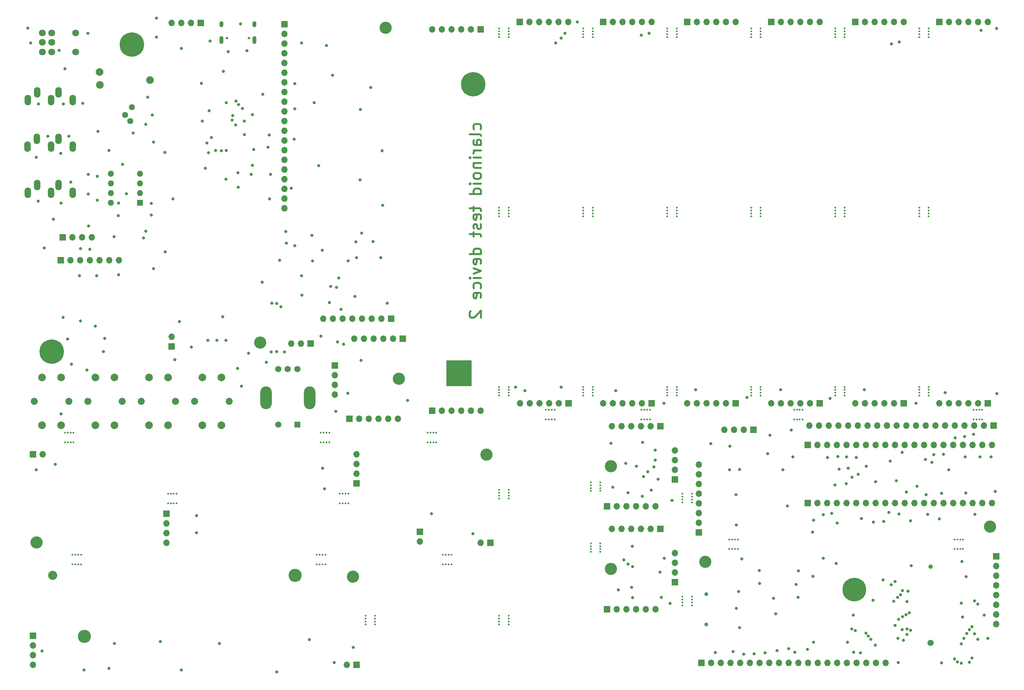
<source format=gbr>
%TF.GenerationSoftware,KiCad,Pcbnew,(6.0.5)*%
%TF.CreationDate,2022-07-28T21:37:23+02:00*%
%TF.ProjectId,clarinoid-devboard,636c6172-696e-46f6-9964-2d646576626f,rev?*%
%TF.SameCoordinates,Original*%
%TF.FileFunction,Soldermask,Bot*%
%TF.FilePolarity,Negative*%
%FSLAX46Y46*%
G04 Gerber Fmt 4.6, Leading zero omitted, Abs format (unit mm)*
G04 Created by KiCad (PCBNEW (6.0.5)) date 2022-07-28 21:37:23*
%MOMM*%
%LPD*%
G01*
G04 APERTURE LIST*
%ADD10C,0.500000*%
%ADD11C,0.500000*%
%ADD12R,1.700000X1.700000*%
%ADD13O,1.700000X1.700000*%
%ADD14C,3.200000*%
%ADD15C,1.850000*%
%ADD16C,2.000000*%
%ADD17C,3.450000*%
%ADD18C,2.390000*%
%ADD19O,1.700000X2.800000*%
%ADD20C,6.200000*%
%ADD21C,0.800000*%
%ADD22C,6.400000*%
%ADD23R,6.400000X6.400000*%
%ADD24C,0.650000*%
%ADD25O,1.000000X1.600000*%
%ADD26O,1.000000X2.100000*%
%ADD27R,1.600000X1.600000*%
%ADD28O,1.600000X1.600000*%
%ADD29C,1.800000*%
%ADD30C,1.000000*%
%ADD31C,1.650000*%
%ADD32C,1.150000*%
%ADD33R,1.650000X1.650000*%
%ADD34O,3.000000X6.000000*%
%ADD35C,1.600000*%
G04 APERTURE END LIST*
D10*
X450993589Y-35040034D02*
X451136446Y-34754319D01*
X451136446Y-34182891D01*
X450993589Y-33897176D01*
X450850732Y-33754319D01*
X450565018Y-33611462D01*
X449707875Y-33611462D01*
X449422161Y-33754319D01*
X449279304Y-33897176D01*
X449136446Y-34182891D01*
X449136446Y-34754319D01*
X449279304Y-35040034D01*
X451136446Y-36754319D02*
X450993589Y-36468605D01*
X450707875Y-36325748D01*
X448136446Y-36325748D01*
X451136446Y-39182891D02*
X449565018Y-39182891D01*
X449279304Y-39040034D01*
X449136446Y-38754319D01*
X449136446Y-38182891D01*
X449279304Y-37897176D01*
X450993589Y-39182891D02*
X451136446Y-38897176D01*
X451136446Y-38182891D01*
X450993589Y-37897176D01*
X450707875Y-37754319D01*
X450422161Y-37754319D01*
X450136446Y-37897176D01*
X449993589Y-38182891D01*
X449993589Y-38897176D01*
X449850732Y-39182891D01*
X451136446Y-40611462D02*
X449136446Y-40611462D01*
X449707875Y-40611462D02*
X449422161Y-40754319D01*
X449279304Y-40897176D01*
X449136446Y-41182891D01*
X449136446Y-41468605D01*
X451136446Y-42468605D02*
X449136446Y-42468605D01*
X448136446Y-42468605D02*
X448279304Y-42325748D01*
X448422161Y-42468605D01*
X448279304Y-42611462D01*
X448136446Y-42468605D01*
X448422161Y-42468605D01*
X449136446Y-43897176D02*
X451136446Y-43897176D01*
X449422161Y-43897176D02*
X449279304Y-44040034D01*
X449136446Y-44325748D01*
X449136446Y-44754319D01*
X449279304Y-45040034D01*
X449565018Y-45182891D01*
X451136446Y-45182891D01*
X451136446Y-47040034D02*
X450993589Y-46754319D01*
X450850732Y-46611462D01*
X450565018Y-46468605D01*
X449707875Y-46468605D01*
X449422161Y-46611462D01*
X449279304Y-46754319D01*
X449136446Y-47040034D01*
X449136446Y-47468605D01*
X449279304Y-47754319D01*
X449422161Y-47897176D01*
X449707875Y-48040034D01*
X450565018Y-48040034D01*
X450850732Y-47897176D01*
X450993589Y-47754319D01*
X451136446Y-47468605D01*
X451136446Y-47040034D01*
X451136446Y-49325748D02*
X449136446Y-49325748D01*
X448136446Y-49325748D02*
X448279304Y-49182891D01*
X448422161Y-49325748D01*
X448279304Y-49468605D01*
X448136446Y-49325748D01*
X448422161Y-49325748D01*
X451136446Y-52040034D02*
X448136446Y-52040034D01*
X450993589Y-52040034D02*
X451136446Y-51754319D01*
X451136446Y-51182891D01*
X450993589Y-50897176D01*
X450850732Y-50754319D01*
X450565018Y-50611462D01*
X449707875Y-50611462D01*
X449422161Y-50754319D01*
X449279304Y-50897176D01*
X449136446Y-51182891D01*
X449136446Y-51754319D01*
X449279304Y-52040034D01*
X449136446Y-55325748D02*
X449136446Y-56468605D01*
X448136446Y-55754319D02*
X450707875Y-55754319D01*
X450993589Y-55897176D01*
X451136446Y-56182891D01*
X451136446Y-56468605D01*
X450993589Y-58611462D02*
X451136446Y-58325748D01*
X451136446Y-57754319D01*
X450993589Y-57468605D01*
X450707875Y-57325748D01*
X449565018Y-57325748D01*
X449279304Y-57468605D01*
X449136446Y-57754319D01*
X449136446Y-58325748D01*
X449279304Y-58611462D01*
X449565018Y-58754319D01*
X449850732Y-58754319D01*
X450136446Y-57325748D01*
X450993589Y-59897176D02*
X451136446Y-60182891D01*
X451136446Y-60754319D01*
X450993589Y-61040034D01*
X450707875Y-61182891D01*
X450565018Y-61182891D01*
X450279304Y-61040034D01*
X450136446Y-60754319D01*
X450136446Y-60325748D01*
X449993589Y-60040034D01*
X449707875Y-59897176D01*
X449565018Y-59897176D01*
X449279304Y-60040034D01*
X449136446Y-60325748D01*
X449136446Y-60754319D01*
X449279304Y-61040034D01*
X449136446Y-62040034D02*
X449136446Y-63182891D01*
X448136446Y-62468605D02*
X450707875Y-62468605D01*
X450993589Y-62611462D01*
X451136446Y-62897176D01*
X451136446Y-63182891D01*
X451136446Y-67754319D02*
X448136446Y-67754319D01*
X450993589Y-67754319D02*
X451136446Y-67468605D01*
X451136446Y-66897176D01*
X450993589Y-66611462D01*
X450850732Y-66468605D01*
X450565018Y-66325748D01*
X449707875Y-66325748D01*
X449422161Y-66468605D01*
X449279304Y-66611462D01*
X449136446Y-66897176D01*
X449136446Y-67468605D01*
X449279304Y-67754319D01*
X450993589Y-70325748D02*
X451136446Y-70040034D01*
X451136446Y-69468605D01*
X450993589Y-69182891D01*
X450707875Y-69040034D01*
X449565018Y-69040034D01*
X449279304Y-69182891D01*
X449136446Y-69468605D01*
X449136446Y-70040034D01*
X449279304Y-70325748D01*
X449565018Y-70468605D01*
X449850732Y-70468605D01*
X450136446Y-69040034D01*
X449136446Y-71468605D02*
X451136446Y-72182891D01*
X449136446Y-72897176D01*
X451136446Y-74040034D02*
X449136446Y-74040034D01*
X448136446Y-74040034D02*
X448279304Y-73897176D01*
X448422161Y-74040034D01*
X448279304Y-74182891D01*
X448136446Y-74040034D01*
X448422161Y-74040034D01*
X450993589Y-76754319D02*
X451136446Y-76468605D01*
X451136446Y-75897176D01*
X450993589Y-75611462D01*
X450850732Y-75468605D01*
X450565018Y-75325748D01*
X449707875Y-75325748D01*
X449422161Y-75468605D01*
X449279304Y-75611462D01*
X449136446Y-75897176D01*
X449136446Y-76468605D01*
X449279304Y-76754319D01*
X450993589Y-79182891D02*
X451136446Y-78897176D01*
X451136446Y-78325748D01*
X450993589Y-78040034D01*
X450707875Y-77897176D01*
X449565018Y-77897176D01*
X449279304Y-78040034D01*
X449136446Y-78325748D01*
X449136446Y-78897176D01*
X449279304Y-79182891D01*
X449565018Y-79325748D01*
X449850732Y-79325748D01*
X450136446Y-77897176D01*
X448422161Y-82754319D02*
X448279304Y-82897176D01*
X448136446Y-83182891D01*
X448136446Y-83897176D01*
X448279304Y-84182891D01*
X448422161Y-84325748D01*
X448707875Y-84468605D01*
X448993589Y-84468605D01*
X449422161Y-84325748D01*
X451136446Y-82611462D01*
X451136446Y-84468605D01*
%TO.C,H1*%
G36*
X442039304Y-95650034D02*
G01*
X448639304Y-95650034D01*
X448639304Y-102350034D01*
X442039304Y-102350034D01*
X442039304Y-95650034D01*
G37*
%TD*%
D11*
%TO.C,U58*%
X442639304Y-146600034D03*
X441139304Y-149100034D03*
X443389304Y-149100034D03*
X442639304Y-149100034D03*
X441889304Y-149100034D03*
X441889304Y-146600034D03*
X443389304Y-146600034D03*
X441139304Y-146600034D03*
%TD*%
D12*
%TO.C,U38*%
X406539304Y-91250034D03*
D13*
X403999304Y-91250034D03*
X401459304Y-91250034D03*
%TD*%
D12*
%TO.C,J15*%
X517839304Y-106850034D03*
D13*
X515299304Y-106850034D03*
X512759304Y-106850034D03*
X510219304Y-106850034D03*
X507679304Y-106850034D03*
X505139304Y-106850034D03*
%TD*%
D11*
%TO.C,U35*%
X499889304Y-104100034D03*
X502389304Y-102600034D03*
X499889304Y-104850034D03*
X502389304Y-104850034D03*
X502389304Y-104100034D03*
X502389304Y-103350034D03*
X499889304Y-102600034D03*
X499889304Y-103350034D03*
%TD*%
D14*
%TO.C,H15*%
X426129304Y-8440034D03*
%TD*%
%TO.C,H10*%
X584439304Y-139250034D03*
%TD*%
D12*
%TO.C,J7*%
X418549304Y-175470034D03*
D13*
X416009304Y-175470034D03*
%TD*%
D12*
%TO.C,J33*%
X435139304Y-140580034D03*
D13*
X435139304Y-143120034D03*
%TD*%
D14*
%TO.C,H7*%
X452549304Y-120340034D03*
%TD*%
D12*
%TO.C,J25*%
X583839304Y-106850034D03*
D13*
X581299304Y-106850034D03*
X578759304Y-106850034D03*
X576219304Y-106850034D03*
X573679304Y-106850034D03*
X571139304Y-106850034D03*
%TD*%
D14*
%TO.C,H14*%
X429629304Y-100440034D03*
%TD*%
D11*
%TO.C,U53*%
X344389304Y-117100034D03*
X343639304Y-114600034D03*
X342889304Y-117100034D03*
X342139304Y-114600034D03*
X344389304Y-114600034D03*
X343639304Y-117100034D03*
X342889304Y-114600034D03*
X342139304Y-117100034D03*
%TD*%
%TO.C,U66*%
X458389304Y-131850034D03*
X455889304Y-131100034D03*
X455889304Y-130350034D03*
X455889304Y-129600034D03*
X458389304Y-130350034D03*
X458389304Y-129600034D03*
X458389304Y-131100034D03*
X455889304Y-131850034D03*
%TD*%
D12*
%TO.C,U2*%
X536709304Y-117784034D03*
D13*
X539249304Y-117784034D03*
X541789304Y-117784034D03*
X544329304Y-117784034D03*
X546869304Y-117784034D03*
X549409304Y-117784034D03*
X551949304Y-117784034D03*
X554489304Y-117784034D03*
X557029304Y-117784034D03*
X559569304Y-117784034D03*
X562109304Y-117784034D03*
X564649304Y-117784034D03*
X567189304Y-117784034D03*
X569729304Y-117784034D03*
X572269304Y-117784034D03*
X574809304Y-117784034D03*
X577349304Y-117784034D03*
X579889304Y-117784034D03*
X582429304Y-117784034D03*
X584969304Y-117784034D03*
%TD*%
D12*
%TO.C,J45*%
X438311804Y-108851034D03*
D13*
X440851804Y-108851034D03*
X443391804Y-108851034D03*
X445931804Y-108851034D03*
X448471804Y-108851034D03*
X451011804Y-108851034D03*
%TD*%
D11*
%TO.C,U25*%
X565889304Y-102600034D03*
X565889304Y-103350034D03*
X568389304Y-104100034D03*
X565889304Y-104850034D03*
X565889304Y-104100034D03*
X568389304Y-102600034D03*
X568389304Y-103350034D03*
X568389304Y-104850034D03*
%TD*%
D12*
%TO.C,J21*%
X539839304Y-106850034D03*
D13*
X537299304Y-106850034D03*
X534759304Y-106850034D03*
X532219304Y-106850034D03*
X529679304Y-106850034D03*
X527139304Y-106850034D03*
%TD*%
D15*
%TO.C,SW4*%
X362139304Y-106350034D03*
X371139304Y-106350034D03*
D16*
X369139304Y-100100034D03*
X369139304Y-112600034D03*
X364139304Y-100100034D03*
X364139304Y-112600034D03*
%TD*%
D17*
%TO.C,BT1*%
X402464449Y-152015736D03*
X347264449Y-168015736D03*
D18*
X338934449Y-152015736D03*
%TD*%
D12*
%TO.C,J48*%
X501919304Y-153820034D03*
D13*
X501919304Y-151280034D03*
X501919304Y-148740034D03*
X501919304Y-146200034D03*
%TD*%
D12*
%TO.C,J3*%
X522509304Y-113810034D03*
D13*
X519969304Y-113810034D03*
X517429304Y-113810034D03*
X514889304Y-113810034D03*
%TD*%
D11*
%TO.C,U67*%
X582389304Y-111100034D03*
X581639304Y-108600034D03*
X580889304Y-111100034D03*
X581639304Y-111100034D03*
X582389304Y-108600034D03*
X580889304Y-108600034D03*
X580139304Y-111100034D03*
X580139304Y-108600034D03*
%TD*%
D12*
%TO.C,J30*%
X368729304Y-135850034D03*
D13*
X368729304Y-138390034D03*
X368729304Y-140930034D03*
X368729304Y-143470034D03*
%TD*%
D15*
%TO.C,SW3*%
X357139304Y-106350034D03*
X348139304Y-106350034D03*
D16*
X355139304Y-100100034D03*
X355139304Y-112600034D03*
X350139304Y-100100034D03*
X350139304Y-112600034D03*
%TD*%
D11*
%TO.C,U37*%
X543889304Y-9350034D03*
X543889304Y-8600034D03*
X546389304Y-10100034D03*
X546389304Y-10850034D03*
X546389304Y-8600034D03*
X546389304Y-9350034D03*
X543889304Y-10850034D03*
X543889304Y-10100034D03*
%TD*%
%TO.C,U64*%
X495389304Y-108600034D03*
X493889304Y-111100034D03*
X494639304Y-108600034D03*
X493139304Y-108600034D03*
X493889304Y-108600034D03*
X495389304Y-111100034D03*
X494639304Y-111100034D03*
X493139304Y-111100034D03*
%TD*%
%TO.C,U50*%
X416389304Y-133100034D03*
X415639304Y-133100034D03*
X414889304Y-130600034D03*
X414889304Y-133100034D03*
X414139304Y-133100034D03*
X416389304Y-130600034D03*
X415639304Y-130600034D03*
X414139304Y-130600034D03*
%TD*%
D19*
%TO.C,J10*%
X332384556Y-51675729D03*
X334834556Y-49675729D03*
X338534556Y-51675729D03*
X340434556Y-49675729D03*
X344184556Y-51675729D03*
%TD*%
D12*
%TO.C,J43*%
X399629304Y-7440034D03*
D13*
X399629304Y-9980034D03*
X399629304Y-12520034D03*
X399629304Y-15060034D03*
X399629304Y-17600034D03*
X399629304Y-20140034D03*
X399629304Y-22680034D03*
X399629304Y-25220034D03*
X399629304Y-27760034D03*
X399629304Y-30300034D03*
X399629304Y-32840034D03*
X399629304Y-35380034D03*
X399629304Y-37920034D03*
X399629304Y-40460034D03*
X399629304Y-43000034D03*
X399629304Y-45540034D03*
X399629304Y-48080034D03*
X399629304Y-50620034D03*
X399629304Y-53160034D03*
X399629304Y-55700034D03*
%TD*%
D20*
%TO.C,H4*%
X548886659Y-155705034D03*
%TD*%
D11*
%TO.C,U59*%
X479889304Y-145100034D03*
X482389304Y-143600034D03*
X479889304Y-143600034D03*
X482389304Y-145850034D03*
X479889304Y-144350034D03*
X479889304Y-145850034D03*
X482389304Y-145100034D03*
X482389304Y-144350034D03*
%TD*%
D21*
%TO.C,H2*%
X340336360Y-91652978D03*
X336942248Y-91652978D03*
X338639304Y-95750034D03*
X336239304Y-93350034D03*
X336942248Y-95047090D03*
X341039304Y-93350034D03*
X338639304Y-90950034D03*
X340336360Y-95047090D03*
D22*
X338639304Y-93350034D03*
%TD*%
D11*
%TO.C,U56*%
X346389304Y-149100034D03*
X344139304Y-146600034D03*
X344889304Y-149100034D03*
X345639304Y-149100034D03*
X344889304Y-146600034D03*
X346389304Y-146600034D03*
X345639304Y-146600034D03*
X344139304Y-149100034D03*
%TD*%
%TO.C,U65*%
X576639304Y-142600034D03*
X576639304Y-145100034D03*
X575139304Y-142600034D03*
X575889304Y-142600034D03*
X575139304Y-145100034D03*
X575889304Y-145100034D03*
X577389304Y-142600034D03*
X577389304Y-145100034D03*
%TD*%
%TO.C,U49*%
X437889304Y-114600034D03*
X439389304Y-114600034D03*
X438639304Y-117100034D03*
X437139304Y-117100034D03*
X438639304Y-114600034D03*
X437139304Y-114600034D03*
X439389304Y-117100034D03*
X437889304Y-117100034D03*
%TD*%
%TO.C,U57*%
X482389304Y-128350034D03*
X479889304Y-128350034D03*
X482389304Y-129850034D03*
X479889304Y-127600034D03*
X479889304Y-129850034D03*
X482389304Y-127600034D03*
X482389304Y-129100034D03*
X479889304Y-129100034D03*
%TD*%
D12*
%TO.C,J9*%
X461261804Y-6850034D03*
D13*
X463801804Y-6850034D03*
X466341804Y-6850034D03*
X468881804Y-6850034D03*
X471421804Y-6850034D03*
X473961804Y-6850034D03*
%TD*%
D23*
%TO.C,H1*%
X445239304Y-98850034D03*
%TD*%
D12*
%TO.C,J46*%
X484139304Y-160850034D03*
D13*
X486679304Y-160850034D03*
X489219304Y-160850034D03*
X491759304Y-160850034D03*
X494299304Y-160850034D03*
X496839304Y-160850034D03*
%TD*%
D11*
%TO.C,U63*%
X506389304Y-157600034D03*
X503889304Y-159100034D03*
X506389304Y-158350034D03*
X506389304Y-159850034D03*
X503889304Y-159850034D03*
X503889304Y-157600034D03*
X506389304Y-159100034D03*
X503889304Y-158350034D03*
%TD*%
D12*
%TO.C,J19*%
X527139304Y-6850034D03*
D13*
X529679304Y-6850034D03*
X532219304Y-6850034D03*
X534759304Y-6850034D03*
X537299304Y-6850034D03*
X539839304Y-6850034D03*
%TD*%
D12*
%TO.C,J47*%
X498109304Y-139850034D03*
D13*
X495569304Y-139850034D03*
X493029304Y-139850034D03*
X490489304Y-139850034D03*
X487949304Y-139850034D03*
X485409304Y-139850034D03*
%TD*%
D12*
%TO.C,J42*%
X508179304Y-140725034D03*
D13*
X508179304Y-138185034D03*
X508179304Y-135645034D03*
X508179304Y-133105034D03*
X508179304Y-130565034D03*
X508179304Y-128025034D03*
X508179304Y-125485034D03*
X508179304Y-122945034D03*
%TD*%
D12*
%TO.C,J44*%
X427569304Y-84700034D03*
D13*
X425029304Y-84700034D03*
X422489304Y-84700034D03*
X419949304Y-84700034D03*
X417409304Y-84700034D03*
X414869304Y-84700034D03*
X412329304Y-84700034D03*
X409789304Y-84700034D03*
%TD*%
D11*
%TO.C,U27*%
X455889304Y-103350034D03*
X458389304Y-103350034D03*
X455889304Y-104850034D03*
X455889304Y-102600034D03*
X458389304Y-102600034D03*
X458389304Y-104100034D03*
X455889304Y-104100034D03*
X458389304Y-104850034D03*
%TD*%
D12*
%TO.C,J5*%
X341539304Y-63325034D03*
D13*
X344079304Y-63325034D03*
X346619304Y-63325034D03*
X349159304Y-63325034D03*
%TD*%
D12*
%TO.C,J50*%
X484139304Y-133850034D03*
D13*
X486679304Y-133850034D03*
X489219304Y-133850034D03*
X491759304Y-133850034D03*
X494299304Y-133850034D03*
X496839304Y-133850034D03*
%TD*%
D24*
%TO.C,J2*%
X390329304Y-11155034D03*
X384549304Y-11155034D03*
D25*
X391759304Y-7475034D03*
X383119304Y-7475034D03*
D26*
X391759304Y-11655034D03*
X383119304Y-11655034D03*
%TD*%
D15*
%TO.C,SW2*%
X334139304Y-106350034D03*
X343139304Y-106350034D03*
D16*
X341139304Y-100100034D03*
X341139304Y-112600034D03*
X336139304Y-100100034D03*
X336139304Y-112600034D03*
%TD*%
%TO.C,TP3*%
X351193556Y-20015729D03*
%TD*%
D14*
%TO.C,H11*%
X485139304Y-150350034D03*
%TD*%
D12*
%TO.C,U3*%
X536709304Y-133024034D03*
D13*
X539249304Y-133024034D03*
X541789304Y-133024034D03*
X544329304Y-133024034D03*
X546869304Y-133024034D03*
X549409304Y-133024034D03*
X551949304Y-133024034D03*
X554489304Y-133024034D03*
X557029304Y-133024034D03*
X559569304Y-133024034D03*
X562109304Y-133024034D03*
X564649304Y-133024034D03*
X567189304Y-133024034D03*
X569729304Y-133024034D03*
X572269304Y-133024034D03*
X574809304Y-133024034D03*
X577349304Y-133024034D03*
X579889304Y-133024034D03*
X582429304Y-133024034D03*
X584969304Y-133024034D03*
%TD*%
D12*
%TO.C,J13*%
X474061804Y-106850034D03*
D13*
X471521804Y-106850034D03*
X468981804Y-106850034D03*
X466441804Y-106850034D03*
X463901804Y-106850034D03*
X461361804Y-106850034D03*
%TD*%
D11*
%TO.C,U22*%
X524389304Y-104100034D03*
X521889304Y-103350034D03*
X521889304Y-102600034D03*
X521889304Y-104100034D03*
X524389304Y-103350034D03*
X524389304Y-102600034D03*
X524389304Y-104850034D03*
X521889304Y-104850034D03*
%TD*%
D12*
%TO.C,J52*%
X430629304Y-89940034D03*
D13*
X428089304Y-89940034D03*
X425549304Y-89940034D03*
X423009304Y-89940034D03*
X420469304Y-89940034D03*
X417929304Y-89940034D03*
%TD*%
D16*
%TO.C,TP6*%
X364433556Y-22123229D03*
%TD*%
D12*
%TO.C,J40*%
X586099304Y-147029332D03*
D13*
X586099304Y-149569332D03*
X586099304Y-152109332D03*
X586099304Y-154649332D03*
X586099304Y-157189332D03*
X586099304Y-159729332D03*
X586099304Y-162269332D03*
X586099304Y-164809332D03*
%TD*%
D12*
%TO.C,J24*%
X571139304Y-6850034D03*
D13*
X573679304Y-6850034D03*
X576219304Y-6850034D03*
X578759304Y-6850034D03*
X581299304Y-6850034D03*
X583839304Y-6850034D03*
%TD*%
D11*
%TO.C,U26*%
X458389304Y-10850034D03*
X455889304Y-9350034D03*
X458389304Y-9350034D03*
X455889304Y-10100034D03*
X458389304Y-10100034D03*
X455889304Y-8600034D03*
X455889304Y-10850034D03*
X458389304Y-8600034D03*
%TD*%
%TO.C,U30*%
X502389304Y-57850034D03*
X502389304Y-57100034D03*
X499889304Y-57100034D03*
X502389304Y-56350034D03*
X499889304Y-57850034D03*
X499889304Y-55600034D03*
X499889304Y-56350034D03*
X502389304Y-55600034D03*
%TD*%
D14*
%TO.C,H8*%
X334729304Y-143360034D03*
%TD*%
D11*
%TO.C,U20*%
X568389304Y-56350034D03*
X565889304Y-57100034D03*
X568389304Y-57100034D03*
X565889304Y-56350034D03*
X565889304Y-57850034D03*
X568389304Y-55600034D03*
X568389304Y-57850034D03*
X565889304Y-55600034D03*
%TD*%
D12*
%TO.C,J18*%
X495839304Y-106850034D03*
D13*
X493299304Y-106850034D03*
X490759304Y-106850034D03*
X488219304Y-106850034D03*
X485679304Y-106850034D03*
X483139304Y-106850034D03*
%TD*%
D27*
%TO.C,U8*%
X361784556Y-54275729D03*
D28*
X361784556Y-51735729D03*
X361784556Y-49195729D03*
X361784556Y-46655729D03*
X354164556Y-46655729D03*
X354164556Y-49195729D03*
X354164556Y-51735729D03*
X354164556Y-54275729D03*
%TD*%
D29*
%TO.C,R13*%
X336199640Y-9751424D03*
X336199640Y-12251424D03*
X336199640Y-14751424D03*
X338699640Y-9751424D03*
X338699640Y-12251424D03*
X338699640Y-14751424D03*
X344949640Y-9751424D03*
X344949640Y-14751424D03*
%TD*%
D14*
%TO.C,H12*%
X485139304Y-123350034D03*
%TD*%
D11*
%TO.C,U32*%
X477889304Y-56350034D03*
X480389304Y-55600034D03*
X477889304Y-57100034D03*
X480389304Y-56350034D03*
X477889304Y-57850034D03*
X477889304Y-55600034D03*
X480389304Y-57100034D03*
X480389304Y-57850034D03*
%TD*%
D12*
%TO.C,J17*%
X483139304Y-6850034D03*
D13*
X485679304Y-6850034D03*
X488219304Y-6850034D03*
X490759304Y-6850034D03*
X493299304Y-6850034D03*
X495839304Y-6850034D03*
%TD*%
D11*
%TO.C,U62*%
X503889304Y-132100034D03*
X506389304Y-130600034D03*
X503889304Y-132850034D03*
X503889304Y-131350034D03*
X503889304Y-130600034D03*
X506389304Y-131350034D03*
X506389304Y-132850034D03*
X506389304Y-132100034D03*
%TD*%
D21*
%TO.C,H5*%
X447414748Y-21553978D03*
D22*
X449111804Y-23251034D03*
D21*
X447414748Y-24948090D03*
X451511804Y-23251034D03*
X446711804Y-23251034D03*
X450808860Y-21553978D03*
X449111804Y-25651034D03*
X450808860Y-24948090D03*
X449111804Y-20851034D03*
%TD*%
D14*
%TO.C,H9*%
X509839304Y-148450034D03*
%TD*%
D11*
%TO.C,U61*%
X455889304Y-164100034D03*
X455889304Y-163350034D03*
X455889304Y-162600034D03*
X458389304Y-164100034D03*
X458389304Y-162600034D03*
X458389304Y-164850034D03*
X458389304Y-163350034D03*
X455889304Y-164850034D03*
%TD*%
D30*
%TO.C,J38*%
X510091553Y-164900034D03*
X510091553Y-156900034D03*
%TD*%
D12*
%TO.C,J34*%
X333729304Y-167850034D03*
D13*
X333729304Y-170390034D03*
X333729304Y-172930034D03*
X333729304Y-175470034D03*
%TD*%
D16*
%TO.C,TP8*%
X351284556Y-23375729D03*
%TD*%
D12*
%TO.C,J31*%
X377739304Y-7150034D03*
D13*
X375199304Y-7150034D03*
X372659304Y-7150034D03*
X370119304Y-7150034D03*
%TD*%
D19*
%TO.C,J1*%
X332384556Y-27375729D03*
X334834556Y-25375729D03*
X338534556Y-27375729D03*
X340434556Y-25375729D03*
X344184556Y-27375729D03*
%TD*%
D12*
%TO.C,J26*%
X549139304Y-6850034D03*
D13*
X551679304Y-6850034D03*
X554219304Y-6850034D03*
X556759304Y-6850034D03*
X559299304Y-6850034D03*
X561839304Y-6850034D03*
%TD*%
D11*
%TO.C,U54*%
X468889304Y-108600034D03*
X468139304Y-111100034D03*
X468889304Y-111100034D03*
X469639304Y-108600034D03*
X470389304Y-108600034D03*
X468139304Y-108600034D03*
X469639304Y-111100034D03*
X470389304Y-111100034D03*
%TD*%
D12*
%TO.C,J49*%
X501919304Y-126820034D03*
D13*
X501919304Y-124280034D03*
X501919304Y-121740034D03*
X501919304Y-119200034D03*
%TD*%
D11*
%TO.C,U52*%
X408139304Y-149100034D03*
X408139304Y-146600034D03*
X410389304Y-149100034D03*
X408889304Y-149100034D03*
X409639304Y-149100034D03*
X410389304Y-146600034D03*
X409639304Y-146600034D03*
X408889304Y-146600034D03*
%TD*%
D12*
%TO.C,J37*%
X333729304Y-120230034D03*
D13*
X336269304Y-120230034D03*
%TD*%
D11*
%TO.C,U60*%
X516139304Y-142600034D03*
X516139304Y-145100034D03*
X517639304Y-142600034D03*
X517639304Y-145100034D03*
X516889304Y-142600034D03*
X518389304Y-145100034D03*
X516889304Y-145100034D03*
X518389304Y-142600034D03*
%TD*%
%TO.C,U68*%
X535389304Y-108600034D03*
X533139304Y-111100034D03*
X533889304Y-111100034D03*
X533889304Y-108600034D03*
X535389304Y-111100034D03*
X533139304Y-108600034D03*
X534639304Y-111100034D03*
X534639304Y-108600034D03*
%TD*%
%TO.C,U55*%
X410639304Y-114600034D03*
X411389304Y-117100034D03*
X409139304Y-114600034D03*
X409139304Y-117100034D03*
X411389304Y-114600034D03*
X409889304Y-114600034D03*
X409889304Y-117100034D03*
X410639304Y-117100034D03*
%TD*%
D12*
%TO.C,J27*%
X561839304Y-106850034D03*
D13*
X559299304Y-106850034D03*
X556759304Y-106850034D03*
X554219304Y-106850034D03*
X551679304Y-106850034D03*
X549139304Y-106850034D03*
%TD*%
D12*
%TO.C,J12*%
X341039304Y-69325034D03*
D13*
X343579304Y-69325034D03*
X346119304Y-69325034D03*
X348659304Y-69325034D03*
X351199304Y-69325034D03*
X353739304Y-69325034D03*
X356279304Y-69325034D03*
%TD*%
D12*
%TO.C,J36*%
X418549304Y-127850034D03*
D13*
X418549304Y-125310034D03*
X418549304Y-122770034D03*
X418549304Y-120230034D03*
%TD*%
D12*
%TO.C,J32*%
X370119304Y-91970034D03*
D13*
X370119304Y-89430034D03*
%TD*%
D14*
%TO.C,H6*%
X417549304Y-152340034D03*
%TD*%
D15*
%TO.C,SW5*%
X376139304Y-106350034D03*
X385139304Y-106350034D03*
D16*
X383139304Y-100100034D03*
X383139304Y-112600034D03*
X378139304Y-100100034D03*
X378139304Y-112600034D03*
%TD*%
D12*
%TO.C,J8*%
X412849304Y-96970034D03*
D13*
X412849304Y-99510034D03*
X412849304Y-102050034D03*
X412849304Y-104590034D03*
%TD*%
D14*
%TO.C,H13*%
X393249304Y-90970034D03*
%TD*%
D19*
%TO.C,J11*%
X332370343Y-39525729D03*
X334820343Y-37525729D03*
X338520343Y-39525729D03*
X340420343Y-37525729D03*
X344170343Y-39525729D03*
%TD*%
D12*
%TO.C,J6*%
X451011804Y-8851034D03*
D13*
X448471804Y-8851034D03*
X445931804Y-8851034D03*
X443391804Y-8851034D03*
X440851804Y-8851034D03*
X438311804Y-8851034D03*
%TD*%
D31*
%TO.C,U40*%
X568886659Y-169705034D03*
D32*
X568886659Y-149705034D03*
%TD*%
D12*
%TO.C,J14*%
X505139304Y-6850034D03*
D13*
X507679304Y-6850034D03*
X510219304Y-6850034D03*
X512759304Y-6850034D03*
X515299304Y-6850034D03*
X517839304Y-6850034D03*
%TD*%
D21*
%TO.C,H3*%
X357942248Y-11152978D03*
X361336360Y-14547090D03*
X359639304Y-10450034D03*
X362039304Y-12850034D03*
X357239304Y-12850034D03*
X359639304Y-15250034D03*
D22*
X359639304Y-12850034D03*
D21*
X361336360Y-11152978D03*
X357942248Y-14547090D03*
%TD*%
D12*
%TO.C,J53*%
X416659304Y-110940034D03*
D13*
X419199304Y-110940034D03*
X421739304Y-110940034D03*
X424279304Y-110940034D03*
X426819304Y-110940034D03*
X429359304Y-110940034D03*
%TD*%
D11*
%TO.C,U36*%
X546389304Y-104850034D03*
X543889304Y-102600034D03*
X543889304Y-104100034D03*
X543889304Y-104850034D03*
X546389304Y-104100034D03*
X543889304Y-103350034D03*
X546389304Y-103350034D03*
X546389304Y-102600034D03*
%TD*%
%TO.C,U34*%
X477889304Y-10100034D03*
X480389304Y-9350034D03*
X480389304Y-8600034D03*
X477889304Y-8600034D03*
X477889304Y-9350034D03*
X480389304Y-10100034D03*
X477889304Y-10850034D03*
X480389304Y-10850034D03*
%TD*%
%TO.C,U48*%
X369139304Y-133100034D03*
X371389304Y-133100034D03*
X371389304Y-130600034D03*
X369889304Y-130600034D03*
X369139304Y-130600034D03*
X369889304Y-133100034D03*
X370639304Y-133100034D03*
X370639304Y-130600034D03*
%TD*%
%TO.C,U21*%
X458389304Y-57850034D03*
X458389304Y-55600034D03*
X455889304Y-55600034D03*
X455889304Y-57850034D03*
X458389304Y-57100034D03*
X455889304Y-57100034D03*
X458389304Y-56350034D03*
X455889304Y-56350034D03*
%TD*%
%TO.C,U51*%
X423389304Y-162600034D03*
X420889304Y-164100034D03*
X420889304Y-162600034D03*
X423389304Y-163350034D03*
X420889304Y-163350034D03*
X423389304Y-164850034D03*
X423389304Y-164100034D03*
X420889304Y-164850034D03*
%TD*%
%TO.C,U31*%
X499889304Y-10850034D03*
X499889304Y-10100034D03*
X502389304Y-10100034D03*
X499889304Y-8600034D03*
X499889304Y-9350034D03*
X502389304Y-8600034D03*
X502389304Y-10850034D03*
X502389304Y-9350034D03*
%TD*%
D12*
%TO.C,J39*%
X508839304Y-174950034D03*
D13*
X511379304Y-174950034D03*
X513919304Y-174950034D03*
X516459304Y-174950034D03*
X518999304Y-174950034D03*
X521539304Y-174950034D03*
X524079304Y-174950034D03*
X526619304Y-174950034D03*
X529159304Y-174950034D03*
X531699304Y-174950034D03*
X534239304Y-174950034D03*
X536779304Y-174950034D03*
X539319304Y-174950034D03*
X541859304Y-174950034D03*
X544399304Y-174950034D03*
X546939304Y-174950034D03*
X549479304Y-174950034D03*
X552019304Y-174950034D03*
X554559304Y-174950034D03*
X557099304Y-174950034D03*
%TD*%
D11*
%TO.C,U29*%
X521889304Y-10850034D03*
X524389304Y-10100034D03*
X521889304Y-8600034D03*
X524389304Y-10850034D03*
X524389304Y-9350034D03*
X521889304Y-10100034D03*
X524389304Y-8600034D03*
X521889304Y-9350034D03*
%TD*%
D12*
%TO.C,J51*%
X498109304Y-112850034D03*
D13*
X495569304Y-112850034D03*
X493029304Y-112850034D03*
X490489304Y-112850034D03*
X487949304Y-112850034D03*
X485409304Y-112850034D03*
%TD*%
D11*
%TO.C,U24*%
X521889304Y-57100034D03*
X524389304Y-57850034D03*
X524389304Y-56350034D03*
X521889304Y-57850034D03*
X524389304Y-57100034D03*
X521889304Y-55600034D03*
X524389304Y-55600034D03*
X521889304Y-56350034D03*
%TD*%
%TO.C,U28*%
X546389304Y-55600034D03*
X546389304Y-57100034D03*
X546389304Y-57850034D03*
X543889304Y-56350034D03*
X543889304Y-55600034D03*
X543889304Y-57100034D03*
X546389304Y-56350034D03*
X543889304Y-57850034D03*
%TD*%
%TO.C,U33*%
X568389304Y-9350034D03*
X568389304Y-10850034D03*
X568389304Y-10100034D03*
X568389304Y-8600034D03*
X565889304Y-9350034D03*
X565889304Y-10850034D03*
X565889304Y-8600034D03*
X565889304Y-10100034D03*
%TD*%
D12*
%TO.C,J35*%
X453549304Y-143470034D03*
D13*
X451009304Y-143470034D03*
%TD*%
D33*
%TO.C,SW7*%
X403029304Y-112440034D03*
D31*
X398029304Y-112440034D03*
X403029304Y-97940034D03*
X398029304Y-97940034D03*
X400529304Y-97940034D03*
D34*
X406229304Y-105440034D03*
X394829304Y-105440034D03*
%TD*%
D12*
%TO.C,J41*%
X585439304Y-112750034D03*
D13*
X582899304Y-112750034D03*
X580359304Y-112750034D03*
X577819304Y-112750034D03*
X575279304Y-112750034D03*
X572739304Y-112750034D03*
X570199304Y-112750034D03*
X567659304Y-112750034D03*
X565119304Y-112750034D03*
X562579304Y-112750034D03*
X560039304Y-112750034D03*
X557499304Y-112750034D03*
X554959304Y-112750034D03*
X552419304Y-112750034D03*
X549879304Y-112750034D03*
X547339304Y-112750034D03*
X544799304Y-112750034D03*
X542259304Y-112750034D03*
X539719304Y-112750034D03*
X537179304Y-112750034D03*
%TD*%
D11*
%TO.C,U23*%
X480389304Y-104100034D03*
X480389304Y-104850034D03*
X480389304Y-102600034D03*
X480389304Y-103350034D03*
X477889304Y-102600034D03*
X477889304Y-104850034D03*
X477889304Y-104100034D03*
X477889304Y-103350034D03*
%TD*%
D21*
X470639304Y-12350034D03*
X462639304Y-103600034D03*
X473139304Y-9850034D03*
X472139304Y-11100034D03*
X476389304Y-6850034D03*
X472139304Y-102600034D03*
X460139304Y-102600034D03*
X507311804Y-103350034D03*
X520811804Y-105350034D03*
X493139304Y-10350034D03*
X499061804Y-106850034D03*
X495139304Y-9850034D03*
X486389304Y-103600034D03*
X542561804Y-105600034D03*
X529561804Y-103350034D03*
X582139304Y-9100034D03*
X572731804Y-104100034D03*
X586139304Y-8600034D03*
X586231804Y-104350034D03*
X560639304Y-12100034D03*
X558639304Y-12600034D03*
X551561804Y-103350034D03*
X565061804Y-106850034D03*
X333139304Y-12350034D03*
X335239304Y-28350034D03*
X346783556Y-28248229D03*
D35*
X357884556Y-31275729D03*
D21*
X340639304Y-14350034D03*
X342184556Y-19175729D03*
X350783556Y-35548229D03*
X332384556Y-8475729D03*
X341739304Y-28350034D03*
X384939304Y-14650034D03*
X389839304Y-14450034D03*
X424839304Y-68650034D03*
X422839304Y-64450034D03*
X384339304Y-48150034D03*
X385939304Y-32650034D03*
X524039304Y-150750034D03*
X554439304Y-170250034D03*
X533639304Y-154350034D03*
X518639304Y-156250034D03*
X582939304Y-162450034D03*
X544139304Y-148850034D03*
X536639304Y-171350034D03*
X534139304Y-157750034D03*
X563839304Y-149450034D03*
X577139304Y-148350034D03*
X583839304Y-168550034D03*
X560439304Y-174850034D03*
X553839304Y-158550034D03*
X519439304Y-147650034D03*
X562739304Y-158850034D03*
X577239304Y-162950034D03*
X548639304Y-162450034D03*
X559539304Y-165150034D03*
X519939304Y-172650034D03*
X524139304Y-154150034D03*
X512539304Y-172250034D03*
X576939304Y-159250034D03*
X517139304Y-171950034D03*
X522639304Y-172550034D03*
X533339304Y-172150034D03*
X518039304Y-160650034D03*
X540739304Y-147550034D03*
X534239304Y-150850034D03*
X528639304Y-171750034D03*
X556439304Y-153150034D03*
X538239304Y-169550034D03*
X518839304Y-165750034D03*
X525539304Y-172350034D03*
X527739304Y-158050034D03*
X571739304Y-174950034D03*
X531739304Y-171250034D03*
X528339304Y-162050034D03*
X526809304Y-115224034D03*
X549409304Y-121124034D03*
X569709304Y-120324034D03*
X563609304Y-137724034D03*
X532809304Y-120924034D03*
X558009304Y-135524034D03*
X531409304Y-133824034D03*
X577909304Y-120924034D03*
X580509304Y-136024034D03*
X538009304Y-140624034D03*
X573609304Y-124324034D03*
X584709304Y-120924034D03*
X541909304Y-121124034D03*
X544909304Y-124124034D03*
X530209304Y-124324034D03*
X546909304Y-120924034D03*
X571809304Y-130524034D03*
X554509304Y-127424034D03*
X585809304Y-130024034D03*
X559909304Y-127224034D03*
X526209304Y-120124034D03*
X518809304Y-124224034D03*
X517909304Y-130824034D03*
X518009304Y-138824034D03*
X511309304Y-117424034D03*
X567509304Y-121624034D03*
X581809304Y-120924034D03*
X532409304Y-113924034D03*
X516209304Y-124324034D03*
X568109304Y-136024034D03*
X544609304Y-120824034D03*
X578109304Y-130424034D03*
X560609304Y-135924034D03*
X516309304Y-118124034D03*
X571209304Y-137224034D03*
X580109304Y-115024034D03*
X561782836Y-169050534D03*
X562711044Y-166021775D03*
X561457021Y-166248546D03*
X560339304Y-168550034D03*
X563621247Y-166434734D03*
X562681037Y-167508301D03*
X549909304Y-125524034D03*
X547309304Y-123924034D03*
X558310077Y-122024534D03*
X561409304Y-119724034D03*
X575309304Y-115973045D03*
X577809304Y-115573534D03*
X569214682Y-122329412D03*
X572309304Y-120224034D03*
X544409304Y-138324034D03*
X538209304Y-137524034D03*
X553909304Y-138024034D03*
X556609304Y-137824034D03*
X550809304Y-137123035D03*
X540809304Y-136124034D03*
X567709304Y-130824034D03*
X543009304Y-135724034D03*
X552009304Y-123424034D03*
X548340222Y-126302358D03*
X546809304Y-127924034D03*
X543809304Y-128324034D03*
X562539284Y-130124534D03*
X565309304Y-128624034D03*
X559239304Y-158750034D03*
X559539304Y-153650034D03*
X549164697Y-166481213D03*
X548269239Y-166037186D03*
X558539304Y-154450034D03*
X581239304Y-168750034D03*
X581239304Y-159550034D03*
X560539304Y-163550534D03*
X580439304Y-167350034D03*
X580439304Y-158650034D03*
X562939304Y-156150034D03*
X547139304Y-169495849D03*
X561539304Y-155950034D03*
X548739304Y-172150034D03*
X561039304Y-157050034D03*
X560230669Y-157762911D03*
X550539304Y-172350034D03*
X551939304Y-167150034D03*
X563339304Y-161849534D03*
X552527840Y-167957889D03*
X562448051Y-162301942D03*
X561539304Y-162850034D03*
X553239304Y-168750034D03*
X579739304Y-173650034D03*
X579739304Y-165450034D03*
X579039304Y-174750034D03*
X579039304Y-166241013D03*
X578339304Y-167250034D03*
X576939304Y-175050034D03*
X575939304Y-174650034D03*
X577639304Y-168550034D03*
X576939304Y-169950034D03*
X575180937Y-173950534D03*
X348239304Y-46850034D03*
X348239304Y-52050034D03*
X365339304Y-38350034D03*
X348339304Y-60350034D03*
X386939304Y-27650034D03*
X382639304Y-169850034D03*
X336139304Y-171850034D03*
X367139304Y-169350034D03*
X353639304Y-176350034D03*
X355139304Y-169850034D03*
X372639304Y-176850034D03*
X397639304Y-177350034D03*
X417639304Y-170850034D03*
X406139304Y-168850034D03*
X347139304Y-176850034D03*
X412639304Y-174850034D03*
X449039304Y-141050034D03*
X438139304Y-135850034D03*
X376639304Y-136350034D03*
X376639304Y-140850034D03*
X409639304Y-123850034D03*
X334639304Y-124350034D03*
X339639304Y-122850034D03*
X410139304Y-129350034D03*
X394939304Y-96150034D03*
X407439304Y-28050034D03*
X350639304Y-53650034D03*
X410639304Y-13050034D03*
X391239304Y-44450034D03*
X341139304Y-54350034D03*
X363339304Y-61750034D03*
X347939304Y-98150034D03*
X348139304Y-9850034D03*
X364739304Y-54450034D03*
X431939304Y-106150034D03*
X343839304Y-96650034D03*
X370939304Y-95450034D03*
X389139304Y-32850034D03*
X401439304Y-50450034D03*
X336739304Y-66150034D03*
X387539304Y-50250034D03*
X379539304Y-90350034D03*
X395639304Y-36550034D03*
X352539304Y-89850034D03*
X346239304Y-66350034D03*
X339139304Y-58650034D03*
X368339304Y-41050034D03*
X360039304Y-36050034D03*
X391639304Y-40350034D03*
X362739304Y-63550034D03*
X425339304Y-54950034D03*
X370439304Y-53250034D03*
X357239304Y-44250034D03*
X350439304Y-73450034D03*
X379939304Y-30150034D03*
X343639304Y-48850034D03*
X414439304Y-82250034D03*
X408639304Y-44550034D03*
X335139304Y-53850034D03*
X425239304Y-40650034D03*
X346239304Y-85250034D03*
X393839304Y-75150034D03*
X341639304Y-84350034D03*
X343139304Y-36850034D03*
X409239304Y-89250034D03*
D35*
X359684556Y-29275729D03*
D21*
X390239304Y-93750034D03*
X384339304Y-90350034D03*
X383439304Y-84150034D03*
X355039304Y-63150034D03*
X381939304Y-90350034D03*
X380483926Y-37205412D03*
X387339304Y-97750034D03*
X404139304Y-73450034D03*
X365039304Y-31250034D03*
X378139304Y-32850034D03*
X418339304Y-64550034D03*
X366139304Y-5850034D03*
X358239304Y-51950034D03*
X342839304Y-90050034D03*
X411439304Y-80450034D03*
X404239304Y-78550034D03*
X402339304Y-29650034D03*
X350639304Y-47350034D03*
X377839304Y-22950034D03*
X334639304Y-42350034D03*
X337639304Y-36850034D03*
X412239304Y-20850034D03*
X341039304Y-41350034D03*
X398339304Y-69350034D03*
X393939304Y-25850034D03*
X422239304Y-24050034D03*
X409539304Y-66750034D03*
X391239304Y-31150034D03*
X341139304Y-109650034D03*
X379739304Y-41150034D03*
X356139304Y-57650034D03*
X395339304Y-39750034D03*
X416239304Y-104250034D03*
X372139304Y-85450034D03*
X352239304Y-93350034D03*
X395739304Y-53250034D03*
X364739304Y-57550034D03*
X416339304Y-69550034D03*
X389139304Y-36450034D03*
X404139304Y-12350034D03*
X363839304Y-26650034D03*
X399939304Y-61850034D03*
X375239304Y-92150034D03*
X413839304Y-74050034D03*
X366139304Y-10850034D03*
X419739304Y-95650034D03*
X419539304Y-29850034D03*
X419439304Y-48250034D03*
X388339304Y-102350034D03*
X363339304Y-33750034D03*
X418139304Y-78850034D03*
X390939304Y-46850034D03*
X419839304Y-62250034D03*
X379339304Y-38650034D03*
X402139304Y-37650034D03*
X378939304Y-45250034D03*
X402339304Y-23050034D03*
D35*
X359284556Y-32875729D03*
D21*
X413139304Y-108950034D03*
X356239304Y-73150034D03*
X345939304Y-73450034D03*
X356239304Y-54350034D03*
X406839304Y-62850034D03*
X353639304Y-40550034D03*
X396039304Y-46850034D03*
X426539304Y-80650034D03*
X384439304Y-28050034D03*
X365339304Y-71550034D03*
X368439304Y-67150034D03*
X350139304Y-86650034D03*
X407039304Y-69550034D03*
X402369821Y-65549534D03*
X386839304Y-33850034D03*
X387439304Y-46450034D03*
X400139304Y-64850034D03*
X418539304Y-68650034D03*
X498339304Y-157750034D03*
X490839304Y-157850034D03*
X490839304Y-149750034D03*
X487139304Y-155850034D03*
X500639304Y-159350034D03*
X499139304Y-147550034D03*
X490539304Y-155150034D03*
X498039304Y-151150034D03*
X490711804Y-144351034D03*
X491839304Y-123350034D03*
X496439304Y-123550034D03*
X485139304Y-117350034D03*
X497539304Y-126750034D03*
X501139304Y-132350034D03*
X493409304Y-117124034D03*
X485639304Y-128850034D03*
X489039304Y-122650034D03*
X489639304Y-130350034D03*
X493339304Y-131250034D03*
X495711804Y-129651034D03*
X493711165Y-126051672D03*
X494811804Y-124851034D03*
X496711804Y-121751034D03*
X496711804Y-119151034D03*
X372639304Y-13850034D03*
X388139304Y-7350034D03*
X383639304Y-19850034D03*
X380139304Y-11850034D03*
X387607980Y-28588594D03*
X381639304Y-40550034D03*
X489639304Y-149050034D03*
X488539304Y-147950034D03*
X538039304Y-152250034D03*
X578239304Y-152350034D03*
X413239304Y-76450034D03*
X386104986Y-31415716D03*
X384439304Y-40550034D03*
X415139304Y-91350034D03*
X413539304Y-90750034D03*
X383139304Y-40650034D03*
X411747378Y-76247352D03*
X388633926Y-29544656D03*
X348639304Y-66450034D03*
X398739304Y-81550034D03*
X399639304Y-93450034D03*
X397639304Y-93350034D03*
X397639304Y-80750034D03*
X396339304Y-80650034D03*
X396139304Y-93450034D03*
M02*

</source>
